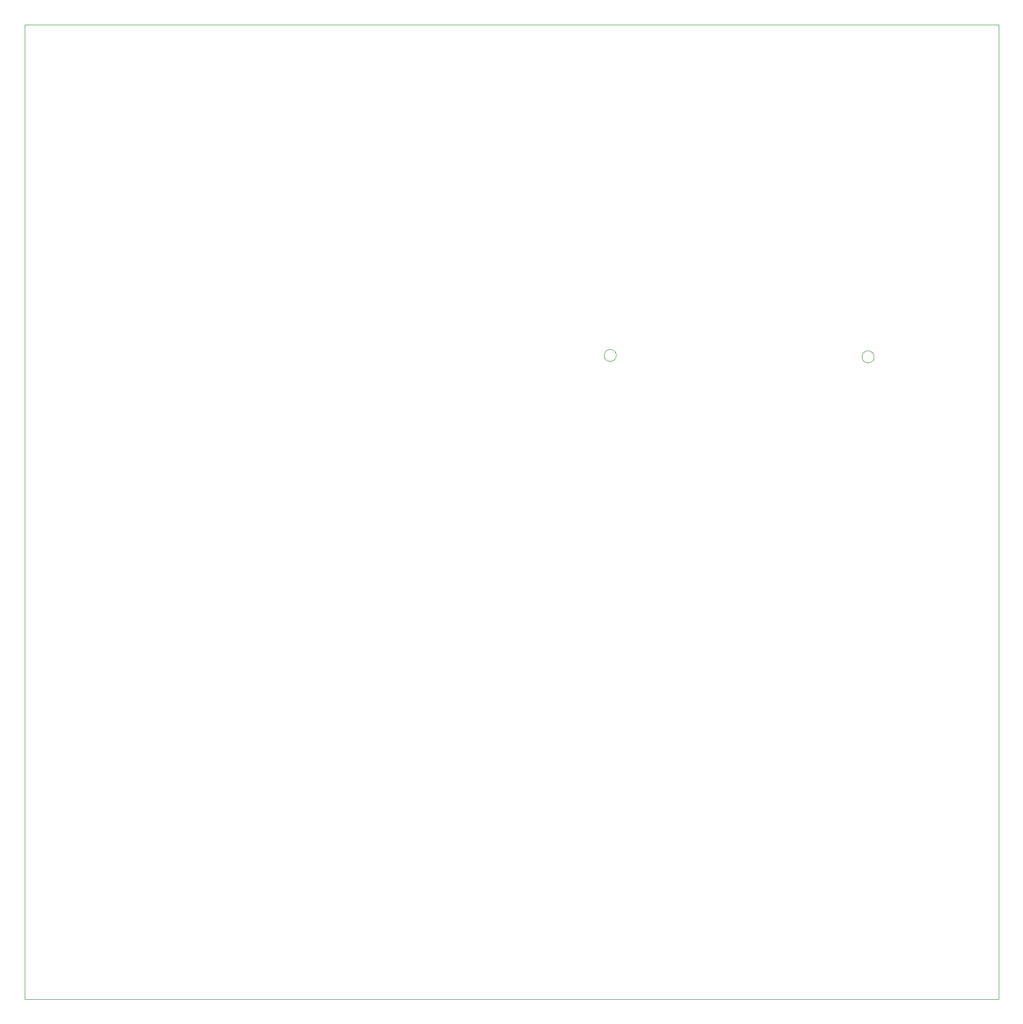
<source format=gbr>
%TF.GenerationSoftware,KiCad,Pcbnew,9.0.6*%
%TF.CreationDate,2026-01-15T01:14:34+00:00*%
%TF.ProjectId,EinsteinCE,45696e73-7465-4696-9e43-452e6b696361,rev?*%
%TF.SameCoordinates,Original*%
%TF.FileFunction,Profile,NP*%
%FSLAX46Y46*%
G04 Gerber Fmt 4.6, Leading zero omitted, Abs format (unit mm)*
G04 Created by KiCad (PCBNEW 9.0.6) date 2026-01-15 01:14:34*
%MOMM*%
%LPD*%
G01*
G04 APERTURE LIST*
%TA.AperFunction,Profile*%
%ADD10C,0.100000*%
%TD*%
G04 APERTURE END LIST*
D10*
X47760000Y-44180000D02*
X217760000Y-44180000D01*
X217760000Y-214280000D01*
X47760000Y-214280000D01*
X47760000Y-44180000D01*
%TO.C,M6*%
X151030000Y-101890000D02*
G75*
G02*
X148930000Y-101890000I-1050000J0D01*
G01*
X148930000Y-101890000D02*
G75*
G02*
X151030000Y-101890000I1050000J0D01*
G01*
X196030000Y-102140000D02*
G75*
G02*
X193930000Y-102140000I-1050000J0D01*
G01*
X193930000Y-102140000D02*
G75*
G02*
X196030000Y-102140000I1050000J0D01*
G01*
%TD*%
M02*

</source>
